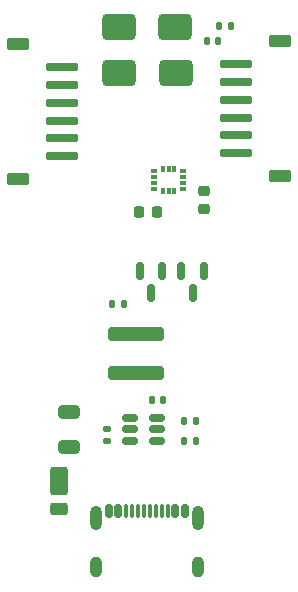
<source format=gbr>
%TF.GenerationSoftware,KiCad,Pcbnew,9.0.3*%
%TF.CreationDate,2025-09-07T15:09:46-04:00*%
%TF.ProjectId,flight-computer,666c6967-6874-42d6-936f-6d7075746572,rev?*%
%TF.SameCoordinates,Original*%
%TF.FileFunction,Paste,Top*%
%TF.FilePolarity,Positive*%
%FSLAX46Y46*%
G04 Gerber Fmt 4.6, Leading zero omitted, Abs format (unit mm)*
G04 Created by KiCad (PCBNEW 9.0.3) date 2025-09-07 15:09:46*
%MOMM*%
%LPD*%
G01*
G04 APERTURE LIST*
G04 Aperture macros list*
%AMRoundRect*
0 Rectangle with rounded corners*
0 $1 Rounding radius*
0 $2 $3 $4 $5 $6 $7 $8 $9 X,Y pos of 4 corners*
0 Add a 4 corners polygon primitive as box body*
4,1,4,$2,$3,$4,$5,$6,$7,$8,$9,$2,$3,0*
0 Add four circle primitives for the rounded corners*
1,1,$1+$1,$2,$3*
1,1,$1+$1,$4,$5*
1,1,$1+$1,$6,$7*
1,1,$1+$1,$8,$9*
0 Add four rect primitives between the rounded corners*
20,1,$1+$1,$2,$3,$4,$5,0*
20,1,$1+$1,$4,$5,$6,$7,0*
20,1,$1+$1,$6,$7,$8,$9,0*
20,1,$1+$1,$8,$9,$2,$3,0*%
G04 Aperture macros list end*
%ADD10RoundRect,0.150000X-0.150000X-0.425000X0.150000X-0.425000X0.150000X0.425000X-0.150000X0.425000X0*%
%ADD11RoundRect,0.075000X-0.075000X-0.500000X0.075000X-0.500000X0.075000X0.500000X-0.075000X0.500000X0*%
%ADD12O,1.000000X2.100000*%
%ADD13O,1.000000X1.800000*%
%ADD14RoundRect,0.175000X1.175000X-0.175000X1.175000X0.175000X-1.175000X0.175000X-1.175000X-0.175000X0*%
%ADD15RoundRect,0.250000X0.700000X-0.300000X0.700000X0.300000X-0.700000X0.300000X-0.700000X-0.300000X0*%
%ADD16RoundRect,0.175000X-1.175000X0.175000X-1.175000X-0.175000X1.175000X-0.175000X1.175000X0.175000X0*%
%ADD17RoundRect,0.250000X-0.700000X0.300000X-0.700000X-0.300000X0.700000X-0.300000X0.700000X0.300000X0*%
%ADD18RoundRect,0.135000X-0.135000X-0.185000X0.135000X-0.185000X0.135000X0.185000X-0.135000X0.185000X0*%
%ADD19RoundRect,0.135000X0.135000X0.185000X-0.135000X0.185000X-0.135000X-0.185000X0.135000X-0.185000X0*%
%ADD20RoundRect,0.225000X0.225000X0.250000X-0.225000X0.250000X-0.225000X-0.250000X0.225000X-0.250000X0*%
%ADD21RoundRect,0.150000X-0.150000X0.587500X-0.150000X-0.587500X0.150000X-0.587500X0.150000X0.587500X0*%
%ADD22RoundRect,0.330000X1.070000X0.770000X-1.070000X0.770000X-1.070000X-0.770000X1.070000X-0.770000X0*%
%ADD23RoundRect,0.140000X0.140000X0.170000X-0.140000X0.170000X-0.140000X-0.170000X0.140000X-0.170000X0*%
%ADD24R,0.576580X0.351536*%
%ADD25R,0.351536X0.576580*%
%ADD26RoundRect,0.250000X0.500000X-0.275000X0.500000X0.275000X-0.500000X0.275000X-0.500000X-0.275000X0*%
%ADD27RoundRect,0.250000X0.500000X-0.950000X0.500000X0.950000X-0.500000X0.950000X-0.500000X-0.950000X0*%
%ADD28RoundRect,0.225000X-0.250000X0.225000X-0.250000X-0.225000X0.250000X-0.225000X0.250000X0.225000X0*%
%ADD29RoundRect,0.250000X0.650000X-0.325000X0.650000X0.325000X-0.650000X0.325000X-0.650000X-0.325000X0*%
%ADD30RoundRect,0.250000X2.100000X-0.340000X2.100000X0.340000X-2.100000X0.340000X-2.100000X-0.340000X0*%
%ADD31RoundRect,0.140000X0.170000X-0.140000X0.170000X0.140000X-0.170000X0.140000X-0.170000X-0.140000X0*%
%ADD32RoundRect,0.150000X-0.512500X-0.150000X0.512500X-0.150000X0.512500X0.150000X-0.512500X0.150000X0*%
%ADD33RoundRect,0.330000X-1.070000X-0.770000X1.070000X-0.770000X1.070000X0.770000X-1.070000X0.770000X0*%
G04 APERTURE END LIST*
D10*
%TO.C,J1*%
X141461895Y-122566555D03*
X142261895Y-122566555D03*
D11*
X143411895Y-122566555D03*
X144411895Y-122566555D03*
X144911895Y-122566555D03*
X145911895Y-122566555D03*
D10*
X147061895Y-122566555D03*
X147861895Y-122566555D03*
X147861895Y-122566555D03*
X147061895Y-122566555D03*
D11*
X146411895Y-122566555D03*
X145411895Y-122566555D03*
X143911895Y-122566555D03*
X142911895Y-122566555D03*
D10*
X142261895Y-122566555D03*
X141461895Y-122566555D03*
D12*
X140341895Y-123141555D03*
D13*
X140341895Y-127321555D03*
D12*
X148981895Y-123141555D03*
D13*
X148981895Y-127321555D03*
%TD*%
D14*
%TO.C,J4*%
X152231895Y-92246555D03*
X152231895Y-90746555D03*
X152231895Y-89246555D03*
X152231895Y-87746555D03*
X152231895Y-86246555D03*
X152231895Y-84746555D03*
D15*
X155931895Y-94196555D03*
X155931895Y-82796555D03*
%TD*%
D16*
%TO.C,J5*%
X137481895Y-84996555D03*
X137481895Y-86496555D03*
X137481895Y-87996555D03*
X137481895Y-89496555D03*
X137481895Y-90996555D03*
X137481895Y-92496555D03*
D17*
X133781895Y-83046555D03*
X133781895Y-94446555D03*
%TD*%
D18*
%TO.C,R3*%
X147816895Y-114901555D03*
X148836895Y-114901555D03*
%TD*%
D19*
%TO.C,R1*%
X151751895Y-81496555D03*
X150731895Y-81496555D03*
%TD*%
D20*
%TO.C,C5*%
X145525000Y-97250000D03*
X143975000Y-97250000D03*
%TD*%
D21*
%TO.C,Q2*%
X145981895Y-102246555D03*
X144081895Y-102246555D03*
X145031895Y-104121555D03*
%TD*%
D22*
%TO.C,SW2*%
X147089478Y-85472109D03*
X142289478Y-85472109D03*
%TD*%
D23*
%TO.C,C3*%
X146056895Y-113151555D03*
X145096895Y-113151555D03*
%TD*%
%TO.C,C7*%
X150711895Y-82746555D03*
X149751895Y-82746555D03*
%TD*%
D24*
%TO.C,U3*%
X145289701Y-93793699D03*
X145289701Y-94293700D03*
X145289701Y-94793700D03*
X145289701Y-95293701D03*
D25*
X146000002Y-95500000D03*
X146500001Y-95500000D03*
X147000000Y-95500000D03*
D24*
X147710301Y-95293701D03*
X147710301Y-94793700D03*
X147710301Y-94293700D03*
X147710301Y-93793699D03*
D25*
X147000000Y-93587400D03*
X146500001Y-93587400D03*
X146000002Y-93587400D03*
%TD*%
D26*
%TO.C,D1*%
X137231895Y-122371555D03*
D27*
X137231895Y-119996555D03*
%TD*%
D28*
%TO.C,C6*%
X149500000Y-95475000D03*
X149500000Y-97025000D03*
%TD*%
D29*
%TO.C,C1*%
X138076895Y-114176555D03*
X138076895Y-117126555D03*
%TD*%
D30*
%TO.C,L1*%
X143731895Y-107591555D03*
X143731895Y-110901555D03*
%TD*%
D31*
%TO.C,C2*%
X141326895Y-115651555D03*
X141326895Y-116611555D03*
%TD*%
D21*
%TO.C,Q1*%
X149481895Y-102246555D03*
X147581895Y-102246555D03*
X148531895Y-104121555D03*
%TD*%
D32*
%TO.C,U1*%
X145495000Y-114705000D03*
X145495000Y-115655000D03*
X145495000Y-116605000D03*
X143220000Y-116605000D03*
X143220000Y-115655000D03*
X143220000Y-114705000D03*
%TD*%
D33*
%TO.C,SW1*%
X142287780Y-81575506D03*
X147087780Y-81575506D03*
%TD*%
D23*
%TO.C,C4*%
X142711895Y-104996555D03*
X141751895Y-104996555D03*
%TD*%
D19*
%TO.C,R2*%
X148836895Y-116651555D03*
X147816895Y-116651555D03*
%TD*%
M02*

</source>
